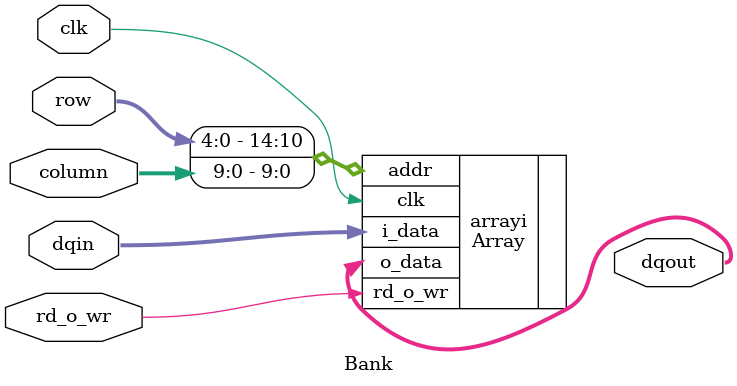
<source format=sv>

`timescale 1ns / 1ps

module Bank
  #(parameter DEVICE_WIDTH = 4,
  parameter COLWIDTH = 10,
  parameter CHWIDTH = 5,
  parameter COLS=2**COLWIDTH,   ///localparam doesn't work here find a better solution later.
  parameter CHROWS= 2**CHWIDTH,
  parameter DEPTH=COLS*CHROWS
  )
  (
  input  wire clk,
  input  wire [0:0] rd_o_wr,
  input  wire [DEVICE_WIDTH-1:0] dqin,
  output wire [DEVICE_WIDTH-1:0] dqout,
  input  wire [CHWIDTH-1:0]      row,
  input  wire [COLWIDTH-1:0] column
  
  // amount of BRAM per Bank as full rows
  
  //localparam COLS = 2**COLWIDTH, // number of columns
  //localparam CHROWS = 2**CHWIDTH, // number of full rows allocated to a Bank model
  //localparam DEPTH = COLS*CHROWS,
  );
  
  Array #(.WIDTH(DEVICE_WIDTH), .DEPTH(DEPTH)) arrayi (
  .clk(clk),
  .addr({row, column}),
  .rd_o_wr(rd_o_wr), // 0->rd, 1->wr
  .i_data(dqin),
  .o_data(dqout)
  );
  
endmodule

</source>
